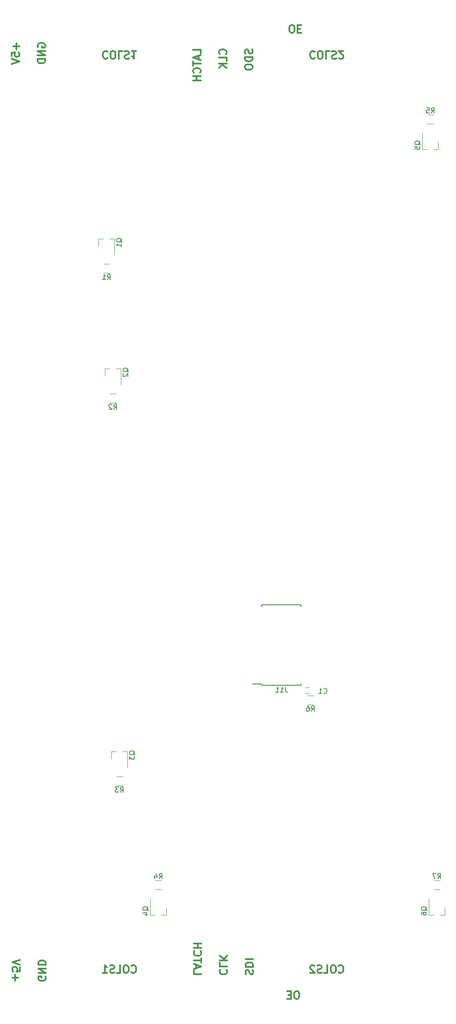
<source format=gbo>
G04 #@! TF.FileFunction,Legend,Bot*
%FSLAX46Y46*%
G04 Gerber Fmt 4.6, Leading zero omitted, Abs format (unit mm)*
G04 Created by KiCad (PCBNEW 4.0.7-e2-6376~58~ubuntu17.04.1) date Sun Oct 22 18:17:48 2017*
%MOMM*%
%LPD*%
G01*
G04 APERTURE LIST*
%ADD10C,0.100000*%
%ADD11C,0.300000*%
%ADD12C,0.120000*%
%ADD13C,0.150000*%
G04 APERTURE END LIST*
D10*
D11*
X168282857Y-21141429D02*
X168568571Y-21141429D01*
X168711429Y-21070000D01*
X168854286Y-20927143D01*
X168925714Y-20641429D01*
X168925714Y-20141429D01*
X168854286Y-19855714D01*
X168711429Y-19712857D01*
X168568571Y-19641429D01*
X168282857Y-19641429D01*
X168140000Y-19712857D01*
X167997143Y-19855714D01*
X167925714Y-20141429D01*
X167925714Y-20641429D01*
X167997143Y-20927143D01*
X168140000Y-21070000D01*
X168282857Y-21141429D01*
X169568572Y-20427143D02*
X170068572Y-20427143D01*
X170282858Y-19641429D02*
X169568572Y-19641429D01*
X169568572Y-21141429D01*
X170282858Y-21141429D01*
X160627143Y-24415714D02*
X160698571Y-24630000D01*
X160698571Y-24987143D01*
X160627143Y-25130000D01*
X160555714Y-25201429D01*
X160412857Y-25272857D01*
X160270000Y-25272857D01*
X160127143Y-25201429D01*
X160055714Y-25130000D01*
X159984286Y-24987143D01*
X159912857Y-24701429D01*
X159841429Y-24558571D01*
X159770000Y-24487143D01*
X159627143Y-24415714D01*
X159484286Y-24415714D01*
X159341429Y-24487143D01*
X159270000Y-24558571D01*
X159198571Y-24701429D01*
X159198571Y-25058571D01*
X159270000Y-25272857D01*
X160698571Y-25915714D02*
X159198571Y-25915714D01*
X159198571Y-26272857D01*
X159270000Y-26487142D01*
X159412857Y-26630000D01*
X159555714Y-26701428D01*
X159841429Y-26772857D01*
X160055714Y-26772857D01*
X160341429Y-26701428D01*
X160484286Y-26630000D01*
X160627143Y-26487142D01*
X160698571Y-26272857D01*
X160698571Y-25915714D01*
X159198571Y-27701428D02*
X159198571Y-27987142D01*
X159270000Y-28130000D01*
X159412857Y-28272857D01*
X159698571Y-28344285D01*
X160198571Y-28344285D01*
X160484286Y-28272857D01*
X160627143Y-28130000D01*
X160698571Y-27987142D01*
X160698571Y-27701428D01*
X160627143Y-27558571D01*
X160484286Y-27415714D01*
X160198571Y-27344285D01*
X159698571Y-27344285D01*
X159412857Y-27415714D01*
X159270000Y-27558571D01*
X159198571Y-27701428D01*
X155475714Y-25344286D02*
X155547143Y-25272857D01*
X155618571Y-25058571D01*
X155618571Y-24915714D01*
X155547143Y-24701429D01*
X155404286Y-24558571D01*
X155261429Y-24487143D01*
X154975714Y-24415714D01*
X154761429Y-24415714D01*
X154475714Y-24487143D01*
X154332857Y-24558571D01*
X154190000Y-24701429D01*
X154118571Y-24915714D01*
X154118571Y-25058571D01*
X154190000Y-25272857D01*
X154261429Y-25344286D01*
X155618571Y-26701429D02*
X155618571Y-25987143D01*
X154118571Y-25987143D01*
X155618571Y-27201429D02*
X154118571Y-27201429D01*
X155618571Y-28058572D02*
X154761429Y-27415715D01*
X154118571Y-28058572D02*
X154975714Y-27201429D01*
X150538571Y-25201429D02*
X150538571Y-24487143D01*
X149038571Y-24487143D01*
X150110000Y-25630000D02*
X150110000Y-26344286D01*
X150538571Y-25487143D02*
X149038571Y-25987143D01*
X150538571Y-26487143D01*
X149038571Y-26772857D02*
X149038571Y-27630000D01*
X150538571Y-27201429D02*
X149038571Y-27201429D01*
X150395714Y-28987143D02*
X150467143Y-28915714D01*
X150538571Y-28701428D01*
X150538571Y-28558571D01*
X150467143Y-28344286D01*
X150324286Y-28201428D01*
X150181429Y-28130000D01*
X149895714Y-28058571D01*
X149681429Y-28058571D01*
X149395714Y-28130000D01*
X149252857Y-28201428D01*
X149110000Y-28344286D01*
X149038571Y-28558571D01*
X149038571Y-28701428D01*
X149110000Y-28915714D01*
X149181429Y-28987143D01*
X150538571Y-29630000D02*
X149038571Y-29630000D01*
X149752857Y-29630000D02*
X149752857Y-30487143D01*
X150538571Y-30487143D02*
X149038571Y-30487143D01*
X114407143Y-23217143D02*
X114407143Y-24360000D01*
X114978571Y-23788571D02*
X113835714Y-23788571D01*
X113478571Y-25788572D02*
X113478571Y-25074286D01*
X114192857Y-25002857D01*
X114121429Y-25074286D01*
X114050000Y-25217143D01*
X114050000Y-25574286D01*
X114121429Y-25717143D01*
X114192857Y-25788572D01*
X114335714Y-25860000D01*
X114692857Y-25860000D01*
X114835714Y-25788572D01*
X114907143Y-25717143D01*
X114978571Y-25574286D01*
X114978571Y-25217143D01*
X114907143Y-25074286D01*
X114835714Y-25002857D01*
X113478571Y-26288571D02*
X114978571Y-26788571D01*
X113478571Y-27288571D01*
X118630000Y-24002857D02*
X118558571Y-23860000D01*
X118558571Y-23645714D01*
X118630000Y-23431429D01*
X118772857Y-23288571D01*
X118915714Y-23217143D01*
X119201429Y-23145714D01*
X119415714Y-23145714D01*
X119701429Y-23217143D01*
X119844286Y-23288571D01*
X119987143Y-23431429D01*
X120058571Y-23645714D01*
X120058571Y-23788571D01*
X119987143Y-24002857D01*
X119915714Y-24074286D01*
X119415714Y-24074286D01*
X119415714Y-23788571D01*
X120058571Y-24717143D02*
X118558571Y-24717143D01*
X120058571Y-25574286D01*
X118558571Y-25574286D01*
X120058571Y-26288572D02*
X118558571Y-26288572D01*
X118558571Y-26645715D01*
X118630000Y-26860000D01*
X118772857Y-27002858D01*
X118915714Y-27074286D01*
X119201429Y-27145715D01*
X119415714Y-27145715D01*
X119701429Y-27074286D01*
X119844286Y-27002858D01*
X119987143Y-26860000D01*
X120058571Y-26645715D01*
X120058571Y-26288572D01*
X172902858Y-24864286D02*
X172831429Y-24792857D01*
X172617143Y-24721429D01*
X172474286Y-24721429D01*
X172260001Y-24792857D01*
X172117143Y-24935714D01*
X172045715Y-25078571D01*
X171974286Y-25364286D01*
X171974286Y-25578571D01*
X172045715Y-25864286D01*
X172117143Y-26007143D01*
X172260001Y-26150000D01*
X172474286Y-26221429D01*
X172617143Y-26221429D01*
X172831429Y-26150000D01*
X172902858Y-26078571D01*
X173831429Y-26221429D02*
X174117143Y-26221429D01*
X174260001Y-26150000D01*
X174402858Y-26007143D01*
X174474286Y-25721429D01*
X174474286Y-25221429D01*
X174402858Y-24935714D01*
X174260001Y-24792857D01*
X174117143Y-24721429D01*
X173831429Y-24721429D01*
X173688572Y-24792857D01*
X173545715Y-24935714D01*
X173474286Y-25221429D01*
X173474286Y-25721429D01*
X173545715Y-26007143D01*
X173688572Y-26150000D01*
X173831429Y-26221429D01*
X175831430Y-24721429D02*
X175117144Y-24721429D01*
X175117144Y-26221429D01*
X176260001Y-24792857D02*
X176474287Y-24721429D01*
X176831430Y-24721429D01*
X176974287Y-24792857D01*
X177045716Y-24864286D01*
X177117144Y-25007143D01*
X177117144Y-25150000D01*
X177045716Y-25292857D01*
X176974287Y-25364286D01*
X176831430Y-25435714D01*
X176545716Y-25507143D01*
X176402858Y-25578571D01*
X176331430Y-25650000D01*
X176260001Y-25792857D01*
X176260001Y-25935714D01*
X176331430Y-26078571D01*
X176402858Y-26150000D01*
X176545716Y-26221429D01*
X176902858Y-26221429D01*
X177117144Y-26150000D01*
X177688572Y-26078571D02*
X177760001Y-26150000D01*
X177902858Y-26221429D01*
X178260001Y-26221429D01*
X178402858Y-26150000D01*
X178474287Y-26078571D01*
X178545715Y-25935714D01*
X178545715Y-25792857D01*
X178474287Y-25578571D01*
X177617144Y-24721429D01*
X178545715Y-24721429D01*
X132262858Y-24864286D02*
X132191429Y-24792857D01*
X131977143Y-24721429D01*
X131834286Y-24721429D01*
X131620001Y-24792857D01*
X131477143Y-24935714D01*
X131405715Y-25078571D01*
X131334286Y-25364286D01*
X131334286Y-25578571D01*
X131405715Y-25864286D01*
X131477143Y-26007143D01*
X131620001Y-26150000D01*
X131834286Y-26221429D01*
X131977143Y-26221429D01*
X132191429Y-26150000D01*
X132262858Y-26078571D01*
X133191429Y-26221429D02*
X133477143Y-26221429D01*
X133620001Y-26150000D01*
X133762858Y-26007143D01*
X133834286Y-25721429D01*
X133834286Y-25221429D01*
X133762858Y-24935714D01*
X133620001Y-24792857D01*
X133477143Y-24721429D01*
X133191429Y-24721429D01*
X133048572Y-24792857D01*
X132905715Y-24935714D01*
X132834286Y-25221429D01*
X132834286Y-25721429D01*
X132905715Y-26007143D01*
X133048572Y-26150000D01*
X133191429Y-26221429D01*
X135191430Y-24721429D02*
X134477144Y-24721429D01*
X134477144Y-26221429D01*
X135620001Y-24792857D02*
X135834287Y-24721429D01*
X136191430Y-24721429D01*
X136334287Y-24792857D01*
X136405716Y-24864286D01*
X136477144Y-25007143D01*
X136477144Y-25150000D01*
X136405716Y-25292857D01*
X136334287Y-25364286D01*
X136191430Y-25435714D01*
X135905716Y-25507143D01*
X135762858Y-25578571D01*
X135691430Y-25650000D01*
X135620001Y-25792857D01*
X135620001Y-25935714D01*
X135691430Y-26078571D01*
X135762858Y-26150000D01*
X135905716Y-26221429D01*
X136262858Y-26221429D01*
X136477144Y-26150000D01*
X137905715Y-24721429D02*
X137048572Y-24721429D01*
X137477144Y-24721429D02*
X137477144Y-26221429D01*
X137334287Y-26007143D01*
X137191429Y-25864286D01*
X137048572Y-25792857D01*
X177617142Y-205005714D02*
X177688571Y-205077143D01*
X177902857Y-205148571D01*
X178045714Y-205148571D01*
X178259999Y-205077143D01*
X178402857Y-204934286D01*
X178474285Y-204791429D01*
X178545714Y-204505714D01*
X178545714Y-204291429D01*
X178474285Y-204005714D01*
X178402857Y-203862857D01*
X178259999Y-203720000D01*
X178045714Y-203648571D01*
X177902857Y-203648571D01*
X177688571Y-203720000D01*
X177617142Y-203791429D01*
X176688571Y-203648571D02*
X176402857Y-203648571D01*
X176259999Y-203720000D01*
X176117142Y-203862857D01*
X176045714Y-204148571D01*
X176045714Y-204648571D01*
X176117142Y-204934286D01*
X176259999Y-205077143D01*
X176402857Y-205148571D01*
X176688571Y-205148571D01*
X176831428Y-205077143D01*
X176974285Y-204934286D01*
X177045714Y-204648571D01*
X177045714Y-204148571D01*
X176974285Y-203862857D01*
X176831428Y-203720000D01*
X176688571Y-203648571D01*
X174688570Y-205148571D02*
X175402856Y-205148571D01*
X175402856Y-203648571D01*
X174259999Y-205077143D02*
X174045713Y-205148571D01*
X173688570Y-205148571D01*
X173545713Y-205077143D01*
X173474284Y-205005714D01*
X173402856Y-204862857D01*
X173402856Y-204720000D01*
X173474284Y-204577143D01*
X173545713Y-204505714D01*
X173688570Y-204434286D01*
X173974284Y-204362857D01*
X174117142Y-204291429D01*
X174188570Y-204220000D01*
X174259999Y-204077143D01*
X174259999Y-203934286D01*
X174188570Y-203791429D01*
X174117142Y-203720000D01*
X173974284Y-203648571D01*
X173617142Y-203648571D01*
X173402856Y-203720000D01*
X172831428Y-203791429D02*
X172759999Y-203720000D01*
X172617142Y-203648571D01*
X172259999Y-203648571D01*
X172117142Y-203720000D01*
X172045713Y-203791429D01*
X171974285Y-203934286D01*
X171974285Y-204077143D01*
X172045713Y-204291429D01*
X172902856Y-205148571D01*
X171974285Y-205148571D01*
X169537143Y-208728571D02*
X169251429Y-208728571D01*
X169108571Y-208800000D01*
X168965714Y-208942857D01*
X168894286Y-209228571D01*
X168894286Y-209728571D01*
X168965714Y-210014286D01*
X169108571Y-210157143D01*
X169251429Y-210228571D01*
X169537143Y-210228571D01*
X169680000Y-210157143D01*
X169822857Y-210014286D01*
X169894286Y-209728571D01*
X169894286Y-209228571D01*
X169822857Y-208942857D01*
X169680000Y-208800000D01*
X169537143Y-208728571D01*
X168251428Y-209442857D02*
X167751428Y-209442857D01*
X167537142Y-210228571D02*
X168251428Y-210228571D01*
X168251428Y-208728571D01*
X167537142Y-208728571D01*
X159412857Y-205454286D02*
X159341429Y-205240000D01*
X159341429Y-204882857D01*
X159412857Y-204740000D01*
X159484286Y-204668571D01*
X159627143Y-204597143D01*
X159770000Y-204597143D01*
X159912857Y-204668571D01*
X159984286Y-204740000D01*
X160055714Y-204882857D01*
X160127143Y-205168571D01*
X160198571Y-205311429D01*
X160270000Y-205382857D01*
X160412857Y-205454286D01*
X160555714Y-205454286D01*
X160698571Y-205382857D01*
X160770000Y-205311429D01*
X160841429Y-205168571D01*
X160841429Y-204811429D01*
X160770000Y-204597143D01*
X159341429Y-203954286D02*
X160841429Y-203954286D01*
X160841429Y-203597143D01*
X160770000Y-203382858D01*
X160627143Y-203240000D01*
X160484286Y-203168572D01*
X160198571Y-203097143D01*
X159984286Y-203097143D01*
X159698571Y-203168572D01*
X159555714Y-203240000D01*
X159412857Y-203382858D01*
X159341429Y-203597143D01*
X159341429Y-203954286D01*
X159341429Y-202454286D02*
X160841429Y-202454286D01*
X154404286Y-204525714D02*
X154332857Y-204597143D01*
X154261429Y-204811429D01*
X154261429Y-204954286D01*
X154332857Y-205168571D01*
X154475714Y-205311429D01*
X154618571Y-205382857D01*
X154904286Y-205454286D01*
X155118571Y-205454286D01*
X155404286Y-205382857D01*
X155547143Y-205311429D01*
X155690000Y-205168571D01*
X155761429Y-204954286D01*
X155761429Y-204811429D01*
X155690000Y-204597143D01*
X155618571Y-204525714D01*
X154261429Y-203168571D02*
X154261429Y-203882857D01*
X155761429Y-203882857D01*
X154261429Y-202668571D02*
X155761429Y-202668571D01*
X154261429Y-201811428D02*
X155118571Y-202454285D01*
X155761429Y-201811428D02*
X154904286Y-202668571D01*
X149181429Y-204668571D02*
X149181429Y-205382857D01*
X150681429Y-205382857D01*
X149610000Y-204240000D02*
X149610000Y-203525714D01*
X149181429Y-204382857D02*
X150681429Y-203882857D01*
X149181429Y-203382857D01*
X150681429Y-203097143D02*
X150681429Y-202240000D01*
X149181429Y-202668571D02*
X150681429Y-202668571D01*
X149324286Y-200882857D02*
X149252857Y-200954286D01*
X149181429Y-201168572D01*
X149181429Y-201311429D01*
X149252857Y-201525714D01*
X149395714Y-201668572D01*
X149538571Y-201740000D01*
X149824286Y-201811429D01*
X150038571Y-201811429D01*
X150324286Y-201740000D01*
X150467143Y-201668572D01*
X150610000Y-201525714D01*
X150681429Y-201311429D01*
X150681429Y-201168572D01*
X150610000Y-200954286D01*
X150538571Y-200882857D01*
X149181429Y-200240000D02*
X150681429Y-200240000D01*
X149967143Y-200240000D02*
X149967143Y-199382857D01*
X149181429Y-199382857D02*
X150681429Y-199382857D01*
X136977142Y-205005714D02*
X137048571Y-205077143D01*
X137262857Y-205148571D01*
X137405714Y-205148571D01*
X137619999Y-205077143D01*
X137762857Y-204934286D01*
X137834285Y-204791429D01*
X137905714Y-204505714D01*
X137905714Y-204291429D01*
X137834285Y-204005714D01*
X137762857Y-203862857D01*
X137619999Y-203720000D01*
X137405714Y-203648571D01*
X137262857Y-203648571D01*
X137048571Y-203720000D01*
X136977142Y-203791429D01*
X136048571Y-203648571D02*
X135762857Y-203648571D01*
X135619999Y-203720000D01*
X135477142Y-203862857D01*
X135405714Y-204148571D01*
X135405714Y-204648571D01*
X135477142Y-204934286D01*
X135619999Y-205077143D01*
X135762857Y-205148571D01*
X136048571Y-205148571D01*
X136191428Y-205077143D01*
X136334285Y-204934286D01*
X136405714Y-204648571D01*
X136405714Y-204148571D01*
X136334285Y-203862857D01*
X136191428Y-203720000D01*
X136048571Y-203648571D01*
X134048570Y-205148571D02*
X134762856Y-205148571D01*
X134762856Y-203648571D01*
X133619999Y-205077143D02*
X133405713Y-205148571D01*
X133048570Y-205148571D01*
X132905713Y-205077143D01*
X132834284Y-205005714D01*
X132762856Y-204862857D01*
X132762856Y-204720000D01*
X132834284Y-204577143D01*
X132905713Y-204505714D01*
X133048570Y-204434286D01*
X133334284Y-204362857D01*
X133477142Y-204291429D01*
X133548570Y-204220000D01*
X133619999Y-204077143D01*
X133619999Y-203934286D01*
X133548570Y-203791429D01*
X133477142Y-203720000D01*
X133334284Y-203648571D01*
X132977142Y-203648571D01*
X132762856Y-203720000D01*
X131334285Y-205148571D02*
X132191428Y-205148571D01*
X131762856Y-205148571D02*
X131762856Y-203648571D01*
X131905713Y-203862857D01*
X132048571Y-204005714D01*
X132191428Y-204077143D01*
X120130000Y-205867143D02*
X120201429Y-206010000D01*
X120201429Y-206224286D01*
X120130000Y-206438571D01*
X119987143Y-206581429D01*
X119844286Y-206652857D01*
X119558571Y-206724286D01*
X119344286Y-206724286D01*
X119058571Y-206652857D01*
X118915714Y-206581429D01*
X118772857Y-206438571D01*
X118701429Y-206224286D01*
X118701429Y-206081429D01*
X118772857Y-205867143D01*
X118844286Y-205795714D01*
X119344286Y-205795714D01*
X119344286Y-206081429D01*
X118701429Y-205152857D02*
X120201429Y-205152857D01*
X118701429Y-204295714D01*
X120201429Y-204295714D01*
X118701429Y-203581428D02*
X120201429Y-203581428D01*
X120201429Y-203224285D01*
X120130000Y-203010000D01*
X119987143Y-202867142D01*
X119844286Y-202795714D01*
X119558571Y-202724285D01*
X119344286Y-202724285D01*
X119058571Y-202795714D01*
X118915714Y-202867142D01*
X118772857Y-203010000D01*
X118701429Y-203224285D01*
X118701429Y-203581428D01*
X114192857Y-206652857D02*
X114192857Y-205510000D01*
X113621429Y-206081429D02*
X114764286Y-206081429D01*
X115121429Y-204081428D02*
X115121429Y-204795714D01*
X114407143Y-204867143D01*
X114478571Y-204795714D01*
X114550000Y-204652857D01*
X114550000Y-204295714D01*
X114478571Y-204152857D01*
X114407143Y-204081428D01*
X114264286Y-204010000D01*
X113907143Y-204010000D01*
X113764286Y-204081428D01*
X113692857Y-204152857D01*
X113621429Y-204295714D01*
X113621429Y-204652857D01*
X113692857Y-204795714D01*
X113764286Y-204867143D01*
X115121429Y-203581429D02*
X113621429Y-203081429D01*
X115121429Y-202581429D01*
D12*
X130500000Y-61470000D02*
X131430000Y-61470000D01*
X133660000Y-61470000D02*
X132730000Y-61470000D01*
X133660000Y-61470000D02*
X133660000Y-64630000D01*
X130500000Y-61470000D02*
X130500000Y-62930000D01*
X131770000Y-86870000D02*
X132700000Y-86870000D01*
X134930000Y-86870000D02*
X134000000Y-86870000D01*
X134930000Y-86870000D02*
X134930000Y-90030000D01*
X131770000Y-86870000D02*
X131770000Y-88330000D01*
X133040000Y-161800000D02*
X133970000Y-161800000D01*
X136200000Y-161800000D02*
X135270000Y-161800000D01*
X136200000Y-161800000D02*
X136200000Y-164960000D01*
X133040000Y-161800000D02*
X133040000Y-163260000D01*
X143820000Y-193800000D02*
X142890000Y-193800000D01*
X140660000Y-193800000D02*
X141590000Y-193800000D01*
X140660000Y-193800000D02*
X140660000Y-190640000D01*
X143820000Y-193800000D02*
X143820000Y-192340000D01*
X197160000Y-43940000D02*
X196230000Y-43940000D01*
X194000000Y-43940000D02*
X194930000Y-43940000D01*
X194000000Y-43940000D02*
X194000000Y-40780000D01*
X197160000Y-43940000D02*
X197160000Y-42480000D01*
X198430000Y-193800000D02*
X197500000Y-193800000D01*
X195270000Y-193800000D02*
X196200000Y-193800000D01*
X195270000Y-193800000D02*
X195270000Y-190640000D01*
X198430000Y-193800000D02*
X198430000Y-192340000D01*
X132680000Y-66430000D02*
X131480000Y-66430000D01*
X131480000Y-68190000D02*
X132680000Y-68190000D01*
X133950000Y-91830000D02*
X132750000Y-91830000D01*
X132750000Y-93590000D02*
X133950000Y-93590000D01*
X135220000Y-166760000D02*
X134020000Y-166760000D01*
X134020000Y-168520000D02*
X135220000Y-168520000D01*
X141640000Y-188840000D02*
X142840000Y-188840000D01*
X142840000Y-187080000D02*
X141640000Y-187080000D01*
X194980000Y-38980000D02*
X196180000Y-38980000D01*
X196180000Y-37220000D02*
X194980000Y-37220000D01*
X172685000Y-150885000D02*
X171485000Y-150885000D01*
X171485000Y-152645000D02*
X172685000Y-152645000D01*
X196250000Y-188840000D02*
X197450000Y-188840000D01*
X197450000Y-187080000D02*
X196250000Y-187080000D01*
X171800000Y-149260000D02*
X171100000Y-149260000D01*
X171100000Y-150460000D02*
X171800000Y-150460000D01*
D13*
X162495000Y-148845000D02*
X162495000Y-148570000D01*
X170245000Y-148845000D02*
X170245000Y-148480000D01*
X170245000Y-133095000D02*
X170245000Y-133460000D01*
X162495000Y-133095000D02*
X162495000Y-133460000D01*
X162495000Y-148845000D02*
X170245000Y-148845000D01*
X162495000Y-133095000D02*
X170245000Y-133095000D01*
X162495000Y-148570000D02*
X160670000Y-148570000D01*
X135127619Y-62134762D02*
X135080000Y-62039524D01*
X134984762Y-61944286D01*
X134841905Y-61801429D01*
X134794286Y-61706190D01*
X134794286Y-61610952D01*
X135032381Y-61658571D02*
X134984762Y-61563333D01*
X134889524Y-61468095D01*
X134699048Y-61420476D01*
X134365714Y-61420476D01*
X134175238Y-61468095D01*
X134080000Y-61563333D01*
X134032381Y-61658571D01*
X134032381Y-61849048D01*
X134080000Y-61944286D01*
X134175238Y-62039524D01*
X134365714Y-62087143D01*
X134699048Y-62087143D01*
X134889524Y-62039524D01*
X134984762Y-61944286D01*
X135032381Y-61849048D01*
X135032381Y-61658571D01*
X135032381Y-63039524D02*
X135032381Y-62468095D01*
X135032381Y-62753809D02*
X134032381Y-62753809D01*
X134175238Y-62658571D01*
X134270476Y-62563333D01*
X134318095Y-62468095D01*
X136397619Y-87534762D02*
X136350000Y-87439524D01*
X136254762Y-87344286D01*
X136111905Y-87201429D01*
X136064286Y-87106190D01*
X136064286Y-87010952D01*
X136302381Y-87058571D02*
X136254762Y-86963333D01*
X136159524Y-86868095D01*
X135969048Y-86820476D01*
X135635714Y-86820476D01*
X135445238Y-86868095D01*
X135350000Y-86963333D01*
X135302381Y-87058571D01*
X135302381Y-87249048D01*
X135350000Y-87344286D01*
X135445238Y-87439524D01*
X135635714Y-87487143D01*
X135969048Y-87487143D01*
X136159524Y-87439524D01*
X136254762Y-87344286D01*
X136302381Y-87249048D01*
X136302381Y-87058571D01*
X135397619Y-87868095D02*
X135350000Y-87915714D01*
X135302381Y-88010952D01*
X135302381Y-88249048D01*
X135350000Y-88344286D01*
X135397619Y-88391905D01*
X135492857Y-88439524D01*
X135588095Y-88439524D01*
X135730952Y-88391905D01*
X136302381Y-87820476D01*
X136302381Y-88439524D01*
X137667619Y-162464762D02*
X137620000Y-162369524D01*
X137524762Y-162274286D01*
X137381905Y-162131429D01*
X137334286Y-162036190D01*
X137334286Y-161940952D01*
X137572381Y-161988571D02*
X137524762Y-161893333D01*
X137429524Y-161798095D01*
X137239048Y-161750476D01*
X136905714Y-161750476D01*
X136715238Y-161798095D01*
X136620000Y-161893333D01*
X136572381Y-161988571D01*
X136572381Y-162179048D01*
X136620000Y-162274286D01*
X136715238Y-162369524D01*
X136905714Y-162417143D01*
X137239048Y-162417143D01*
X137429524Y-162369524D01*
X137524762Y-162274286D01*
X137572381Y-162179048D01*
X137572381Y-161988571D01*
X136572381Y-162750476D02*
X136572381Y-163369524D01*
X136953333Y-163036190D01*
X136953333Y-163179048D01*
X137000952Y-163274286D01*
X137048571Y-163321905D01*
X137143810Y-163369524D01*
X137381905Y-163369524D01*
X137477143Y-163321905D01*
X137524762Y-163274286D01*
X137572381Y-163179048D01*
X137572381Y-162893333D01*
X137524762Y-162798095D01*
X137477143Y-162750476D01*
X140287619Y-192944762D02*
X140240000Y-192849524D01*
X140144762Y-192754286D01*
X140001905Y-192611429D01*
X139954286Y-192516190D01*
X139954286Y-192420952D01*
X140192381Y-192468571D02*
X140144762Y-192373333D01*
X140049524Y-192278095D01*
X139859048Y-192230476D01*
X139525714Y-192230476D01*
X139335238Y-192278095D01*
X139240000Y-192373333D01*
X139192381Y-192468571D01*
X139192381Y-192659048D01*
X139240000Y-192754286D01*
X139335238Y-192849524D01*
X139525714Y-192897143D01*
X139859048Y-192897143D01*
X140049524Y-192849524D01*
X140144762Y-192754286D01*
X140192381Y-192659048D01*
X140192381Y-192468571D01*
X139525714Y-193754286D02*
X140192381Y-193754286D01*
X139144762Y-193516190D02*
X139859048Y-193278095D01*
X139859048Y-193897143D01*
X193627619Y-43084762D02*
X193580000Y-42989524D01*
X193484762Y-42894286D01*
X193341905Y-42751429D01*
X193294286Y-42656190D01*
X193294286Y-42560952D01*
X193532381Y-42608571D02*
X193484762Y-42513333D01*
X193389524Y-42418095D01*
X193199048Y-42370476D01*
X192865714Y-42370476D01*
X192675238Y-42418095D01*
X192580000Y-42513333D01*
X192532381Y-42608571D01*
X192532381Y-42799048D01*
X192580000Y-42894286D01*
X192675238Y-42989524D01*
X192865714Y-43037143D01*
X193199048Y-43037143D01*
X193389524Y-42989524D01*
X193484762Y-42894286D01*
X193532381Y-42799048D01*
X193532381Y-42608571D01*
X192532381Y-43941905D02*
X192532381Y-43465714D01*
X193008571Y-43418095D01*
X192960952Y-43465714D01*
X192913333Y-43560952D01*
X192913333Y-43799048D01*
X192960952Y-43894286D01*
X193008571Y-43941905D01*
X193103810Y-43989524D01*
X193341905Y-43989524D01*
X193437143Y-43941905D01*
X193484762Y-43894286D01*
X193532381Y-43799048D01*
X193532381Y-43560952D01*
X193484762Y-43465714D01*
X193437143Y-43418095D01*
X194897619Y-192944762D02*
X194850000Y-192849524D01*
X194754762Y-192754286D01*
X194611905Y-192611429D01*
X194564286Y-192516190D01*
X194564286Y-192420952D01*
X194802381Y-192468571D02*
X194754762Y-192373333D01*
X194659524Y-192278095D01*
X194469048Y-192230476D01*
X194135714Y-192230476D01*
X193945238Y-192278095D01*
X193850000Y-192373333D01*
X193802381Y-192468571D01*
X193802381Y-192659048D01*
X193850000Y-192754286D01*
X193945238Y-192849524D01*
X194135714Y-192897143D01*
X194469048Y-192897143D01*
X194659524Y-192849524D01*
X194754762Y-192754286D01*
X194802381Y-192659048D01*
X194802381Y-192468571D01*
X193802381Y-193754286D02*
X193802381Y-193563809D01*
X193850000Y-193468571D01*
X193897619Y-193420952D01*
X194040476Y-193325714D01*
X194230952Y-193278095D01*
X194611905Y-193278095D01*
X194707143Y-193325714D01*
X194754762Y-193373333D01*
X194802381Y-193468571D01*
X194802381Y-193659048D01*
X194754762Y-193754286D01*
X194707143Y-193801905D01*
X194611905Y-193849524D01*
X194373810Y-193849524D01*
X194278571Y-193801905D01*
X194230952Y-193754286D01*
X194183333Y-193659048D01*
X194183333Y-193468571D01*
X194230952Y-193373333D01*
X194278571Y-193325714D01*
X194373810Y-193278095D01*
X132246666Y-69462381D02*
X132580000Y-68986190D01*
X132818095Y-69462381D02*
X132818095Y-68462381D01*
X132437142Y-68462381D01*
X132341904Y-68510000D01*
X132294285Y-68557619D01*
X132246666Y-68652857D01*
X132246666Y-68795714D01*
X132294285Y-68890952D01*
X132341904Y-68938571D01*
X132437142Y-68986190D01*
X132818095Y-68986190D01*
X131294285Y-69462381D02*
X131865714Y-69462381D01*
X131580000Y-69462381D02*
X131580000Y-68462381D01*
X131675238Y-68605238D01*
X131770476Y-68700476D01*
X131865714Y-68748095D01*
X133516666Y-94862381D02*
X133850000Y-94386190D01*
X134088095Y-94862381D02*
X134088095Y-93862381D01*
X133707142Y-93862381D01*
X133611904Y-93910000D01*
X133564285Y-93957619D01*
X133516666Y-94052857D01*
X133516666Y-94195714D01*
X133564285Y-94290952D01*
X133611904Y-94338571D01*
X133707142Y-94386190D01*
X134088095Y-94386190D01*
X133135714Y-93957619D02*
X133088095Y-93910000D01*
X132992857Y-93862381D01*
X132754761Y-93862381D01*
X132659523Y-93910000D01*
X132611904Y-93957619D01*
X132564285Y-94052857D01*
X132564285Y-94148095D01*
X132611904Y-94290952D01*
X133183333Y-94862381D01*
X132564285Y-94862381D01*
X134786666Y-169792381D02*
X135120000Y-169316190D01*
X135358095Y-169792381D02*
X135358095Y-168792381D01*
X134977142Y-168792381D01*
X134881904Y-168840000D01*
X134834285Y-168887619D01*
X134786666Y-168982857D01*
X134786666Y-169125714D01*
X134834285Y-169220952D01*
X134881904Y-169268571D01*
X134977142Y-169316190D01*
X135358095Y-169316190D01*
X134453333Y-168792381D02*
X133834285Y-168792381D01*
X134167619Y-169173333D01*
X134024761Y-169173333D01*
X133929523Y-169220952D01*
X133881904Y-169268571D01*
X133834285Y-169363810D01*
X133834285Y-169601905D01*
X133881904Y-169697143D01*
X133929523Y-169744762D01*
X134024761Y-169792381D01*
X134310476Y-169792381D01*
X134405714Y-169744762D01*
X134453333Y-169697143D01*
X142406666Y-186712381D02*
X142740000Y-186236190D01*
X142978095Y-186712381D02*
X142978095Y-185712381D01*
X142597142Y-185712381D01*
X142501904Y-185760000D01*
X142454285Y-185807619D01*
X142406666Y-185902857D01*
X142406666Y-186045714D01*
X142454285Y-186140952D01*
X142501904Y-186188571D01*
X142597142Y-186236190D01*
X142978095Y-186236190D01*
X141549523Y-186045714D02*
X141549523Y-186712381D01*
X141787619Y-185664762D02*
X142025714Y-186379048D01*
X141406666Y-186379048D01*
X195746666Y-36852381D02*
X196080000Y-36376190D01*
X196318095Y-36852381D02*
X196318095Y-35852381D01*
X195937142Y-35852381D01*
X195841904Y-35900000D01*
X195794285Y-35947619D01*
X195746666Y-36042857D01*
X195746666Y-36185714D01*
X195794285Y-36280952D01*
X195841904Y-36328571D01*
X195937142Y-36376190D01*
X196318095Y-36376190D01*
X194841904Y-35852381D02*
X195318095Y-35852381D01*
X195365714Y-36328571D01*
X195318095Y-36280952D01*
X195222857Y-36233333D01*
X194984761Y-36233333D01*
X194889523Y-36280952D01*
X194841904Y-36328571D01*
X194794285Y-36423810D01*
X194794285Y-36661905D01*
X194841904Y-36757143D01*
X194889523Y-36804762D01*
X194984761Y-36852381D01*
X195222857Y-36852381D01*
X195318095Y-36804762D01*
X195365714Y-36757143D01*
X172251666Y-153917381D02*
X172585000Y-153441190D01*
X172823095Y-153917381D02*
X172823095Y-152917381D01*
X172442142Y-152917381D01*
X172346904Y-152965000D01*
X172299285Y-153012619D01*
X172251666Y-153107857D01*
X172251666Y-153250714D01*
X172299285Y-153345952D01*
X172346904Y-153393571D01*
X172442142Y-153441190D01*
X172823095Y-153441190D01*
X171394523Y-152917381D02*
X171585000Y-152917381D01*
X171680238Y-152965000D01*
X171727857Y-153012619D01*
X171823095Y-153155476D01*
X171870714Y-153345952D01*
X171870714Y-153726905D01*
X171823095Y-153822143D01*
X171775476Y-153869762D01*
X171680238Y-153917381D01*
X171489761Y-153917381D01*
X171394523Y-153869762D01*
X171346904Y-153822143D01*
X171299285Y-153726905D01*
X171299285Y-153488810D01*
X171346904Y-153393571D01*
X171394523Y-153345952D01*
X171489761Y-153298333D01*
X171680238Y-153298333D01*
X171775476Y-153345952D01*
X171823095Y-153393571D01*
X171870714Y-153488810D01*
X197016666Y-186712381D02*
X197350000Y-186236190D01*
X197588095Y-186712381D02*
X197588095Y-185712381D01*
X197207142Y-185712381D01*
X197111904Y-185760000D01*
X197064285Y-185807619D01*
X197016666Y-185902857D01*
X197016666Y-186045714D01*
X197064285Y-186140952D01*
X197111904Y-186188571D01*
X197207142Y-186236190D01*
X197588095Y-186236190D01*
X196683333Y-185712381D02*
X196016666Y-185712381D01*
X196445238Y-186712381D01*
X174666666Y-150357143D02*
X174714285Y-150404762D01*
X174857142Y-150452381D01*
X174952380Y-150452381D01*
X175095238Y-150404762D01*
X175190476Y-150309524D01*
X175238095Y-150214286D01*
X175285714Y-150023810D01*
X175285714Y-149880952D01*
X175238095Y-149690476D01*
X175190476Y-149595238D01*
X175095238Y-149500000D01*
X174952380Y-149452381D01*
X174857142Y-149452381D01*
X174714285Y-149500000D01*
X174666666Y-149547619D01*
X173714285Y-150452381D02*
X174285714Y-150452381D01*
X174000000Y-150452381D02*
X174000000Y-149452381D01*
X174095238Y-149595238D01*
X174190476Y-149690476D01*
X174285714Y-149738095D01*
X167179523Y-149222381D02*
X167179523Y-149936667D01*
X167227143Y-150079524D01*
X167322381Y-150174762D01*
X167465238Y-150222381D01*
X167560476Y-150222381D01*
X166179523Y-150222381D02*
X166750952Y-150222381D01*
X166465238Y-150222381D02*
X166465238Y-149222381D01*
X166560476Y-149365238D01*
X166655714Y-149460476D01*
X166750952Y-149508095D01*
X165227142Y-150222381D02*
X165798571Y-150222381D01*
X165512857Y-150222381D02*
X165512857Y-149222381D01*
X165608095Y-149365238D01*
X165703333Y-149460476D01*
X165798571Y-149508095D01*
M02*

</source>
